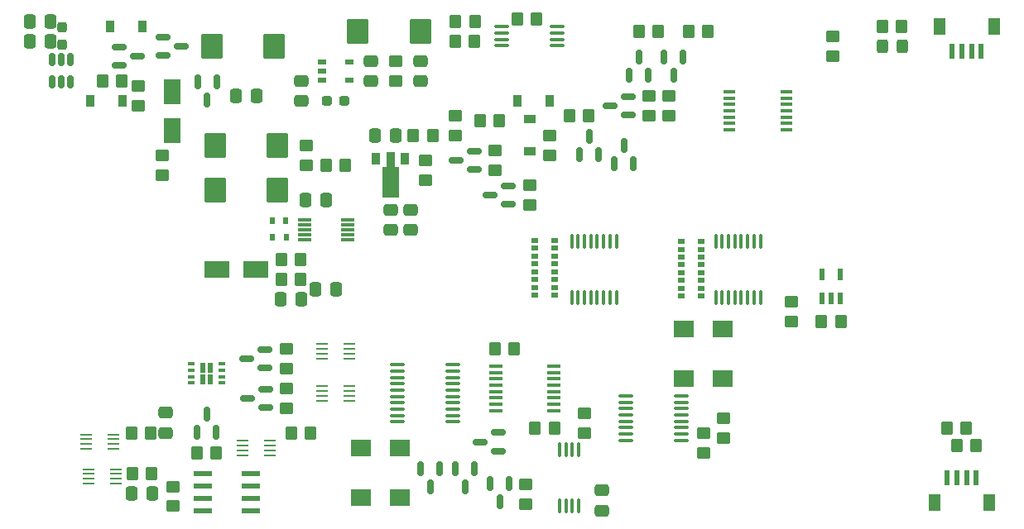
<source format=gbr>
%TF.GenerationSoftware,KiCad,Pcbnew,6.0.2+dfsg-1*%
%TF.CreationDate,2023-01-09T09:44:03-05:00*%
%TF.ProjectId,qwiic-obd,71776969-632d-46f6-9264-2e6b69636164,rev?*%
%TF.SameCoordinates,Original*%
%TF.FileFunction,Paste,Top*%
%TF.FilePolarity,Positive*%
%FSLAX46Y46*%
G04 Gerber Fmt 4.6, Leading zero omitted, Abs format (unit mm)*
G04 Created by KiCad (PCBNEW 6.0.2+dfsg-1) date 2023-01-09 09:44:03*
%MOMM*%
%LPD*%
G01*
G04 APERTURE LIST*
G04 Aperture macros list*
%AMRoundRect*
0 Rectangle with rounded corners*
0 $1 Rounding radius*
0 $2 $3 $4 $5 $6 $7 $8 $9 X,Y pos of 4 corners*
0 Add a 4 corners polygon primitive as box body*
4,1,4,$2,$3,$4,$5,$6,$7,$8,$9,$2,$3,0*
0 Add four circle primitives for the rounded corners*
1,1,$1+$1,$2,$3*
1,1,$1+$1,$4,$5*
1,1,$1+$1,$6,$7*
1,1,$1+$1,$8,$9*
0 Add four rect primitives between the rounded corners*
20,1,$1+$1,$2,$3,$4,$5,0*
20,1,$1+$1,$4,$5,$6,$7,0*
20,1,$1+$1,$6,$7,$8,$9,0*
20,1,$1+$1,$8,$9,$2,$3,0*%
%AMFreePoly0*
4,1,9,3.862500,-0.866500,0.737500,-0.866500,0.737500,-0.450000,-0.737500,-0.450000,-0.737500,0.450000,0.737500,0.450000,0.737500,0.866500,3.862500,0.866500,3.862500,-0.866500,3.862500,-0.866500,$1*%
G04 Aperture macros list end*
%ADD10RoundRect,0.250000X-0.350000X-0.450000X0.350000X-0.450000X0.350000X0.450000X-0.350000X0.450000X0*%
%ADD11RoundRect,0.150000X0.150000X-0.587500X0.150000X0.587500X-0.150000X0.587500X-0.150000X-0.587500X0*%
%ADD12R,0.635000X0.558800*%
%ADD13RoundRect,0.250000X0.350000X0.450000X-0.350000X0.450000X-0.350000X-0.450000X0.350000X-0.450000X0*%
%ADD14RoundRect,0.250000X0.325000X0.450000X-0.325000X0.450000X-0.325000X-0.450000X0.325000X-0.450000X0*%
%ADD15RoundRect,0.250000X-0.450000X0.350000X-0.450000X-0.350000X0.450000X-0.350000X0.450000X0.350000X0*%
%ADD16R,0.900000X1.200000*%
%ADD17R,1.168400X0.254000*%
%ADD18RoundRect,0.150000X-0.150000X0.587500X-0.150000X-0.587500X0.150000X-0.587500X0.150000X0.587500X0*%
%ADD19RoundRect,0.250000X-0.475000X0.337500X-0.475000X-0.337500X0.475000X-0.337500X0.475000X0.337500X0*%
%ADD20RoundRect,0.250000X0.475000X-0.337500X0.475000X0.337500X-0.475000X0.337500X-0.475000X-0.337500X0*%
%ADD21RoundRect,0.250000X0.450000X-0.350000X0.450000X0.350000X-0.450000X0.350000X-0.450000X-0.350000X0*%
%ADD22RoundRect,0.250000X0.337500X0.475000X-0.337500X0.475000X-0.337500X-0.475000X0.337500X-0.475000X0*%
%ADD23R,1.981200X0.508000*%
%ADD24R,0.609600X1.549400*%
%ADD25R,1.193800X1.803400*%
%ADD26RoundRect,0.250000X-0.337500X-0.475000X0.337500X-0.475000X0.337500X0.475000X-0.337500X0.475000X0*%
%ADD27R,2.500000X1.800000*%
%ADD28RoundRect,0.150000X0.587500X0.150000X-0.587500X0.150000X-0.587500X-0.150000X0.587500X-0.150000X0*%
%ADD29RoundRect,0.100000X0.100000X-0.637500X0.100000X0.637500X-0.100000X0.637500X-0.100000X-0.637500X0*%
%ADD30RoundRect,0.150000X-0.587500X-0.150000X0.587500X-0.150000X0.587500X0.150000X-0.587500X0.150000X0*%
%ADD31R,0.600000X0.700000*%
%ADD32RoundRect,0.150000X0.150000X-0.512500X0.150000X0.512500X-0.150000X0.512500X-0.150000X-0.512500X0*%
%ADD33R,1.800000X2.500000*%
%ADD34R,1.409700X0.355600*%
%ADD35RoundRect,0.100000X0.637500X0.100000X-0.637500X0.100000X-0.637500X-0.100000X0.637500X-0.100000X0*%
%ADD36R,2.000000X1.800000*%
%ADD37RoundRect,0.250000X-0.875000X-1.025000X0.875000X-1.025000X0.875000X1.025000X-0.875000X1.025000X0*%
%ADD38R,0.508000X1.270000*%
%ADD39R,1.200000X0.900000*%
%ADD40RoundRect,0.237500X-0.287500X-0.237500X0.287500X-0.237500X0.287500X0.237500X-0.287500X0.237500X0*%
%ADD41R,0.900000X1.300000*%
%ADD42FreePoly0,270.000000*%
%ADD43RoundRect,0.100000X-0.637500X-0.100000X0.637500X-0.100000X0.637500X0.100000X-0.637500X0.100000X0*%
%ADD44R,0.914400X0.508000*%
%ADD45RoundRect,0.237500X0.237500X-0.287500X0.237500X0.287500X-0.237500X0.287500X-0.237500X-0.287500X0*%
%ADD46RoundRect,0.100000X-0.100000X0.637500X-0.100000X-0.637500X0.100000X-0.637500X0.100000X0.637500X0*%
%ADD47RoundRect,0.250000X0.875000X1.025000X-0.875000X1.025000X-0.875000X-1.025000X0.875000X-1.025000X0*%
%ADD48R,1.308100X0.355600*%
%ADD49R,1.400000X0.300000*%
%ADD50R,0.600000X1.000000*%
%ADD51R,0.650000X0.350000*%
G04 APERTURE END LIST*
D10*
%TO.C,R610*%
X164608000Y-82804000D03*
X166608000Y-82804000D03*
%TD*%
D11*
%TO.C,Q608*%
X165674000Y-86789500D03*
X167574000Y-86789500D03*
X166624000Y-84914500D03*
%TD*%
D12*
%TO.C,RN402*%
X163133405Y-101185950D03*
X163133405Y-100385950D03*
X163133405Y-99585951D03*
X163133405Y-98785950D03*
X163133405Y-97985952D03*
X163133405Y-97185951D03*
X163133405Y-96385950D03*
X163133405Y-95585952D03*
X161050605Y-95585952D03*
X161050605Y-96385952D03*
X161050605Y-97185951D03*
X161050605Y-97985952D03*
X161050605Y-98785950D03*
X161050605Y-99585951D03*
X161050605Y-100385952D03*
X161050605Y-101185950D03*
%TD*%
D13*
%TO.C,R621*%
X198612000Y-73660000D03*
X196612000Y-73660000D03*
%TD*%
D14*
%TO.C,D606*%
X198646000Y-75692000D03*
X196596000Y-75692000D03*
%TD*%
D15*
%TO.C,R407*%
X191516000Y-76692000D03*
X191516000Y-74692000D03*
%TD*%
D12*
%TO.C,RN401*%
X178117178Y-101288460D03*
X178117178Y-100488460D03*
X178117178Y-99688461D03*
X178117178Y-98888460D03*
X178117178Y-98088462D03*
X178117178Y-97288461D03*
X178117178Y-96488460D03*
X178117178Y-95688462D03*
X176034378Y-95688462D03*
X176034378Y-96488462D03*
X176034378Y-97288461D03*
X176034378Y-98088462D03*
X176034378Y-98888460D03*
X176034378Y-99688461D03*
X176034378Y-100488462D03*
X176034378Y-101288460D03*
%TD*%
D16*
%TO.C,D502*%
X117604000Y-73660000D03*
X120904000Y-73660000D03*
%TD*%
D15*
%TO.C,R403*%
X137668000Y-85884000D03*
X137668000Y-87884000D03*
%TD*%
D17*
%TO.C,U205*%
X133959600Y-116089999D03*
X133959600Y-116590000D03*
X133959600Y-117090000D03*
X133959600Y-117590001D03*
X131216400Y-117590001D03*
X131216400Y-117090000D03*
X131216400Y-116590000D03*
X131216400Y-116089999D03*
%TD*%
D18*
%TO.C,Q704*%
X158430000Y-120474500D03*
X156530000Y-120474500D03*
X157480000Y-122349500D03*
%TD*%
D15*
%TO.C,R611*%
X162560000Y-84852000D03*
X162560000Y-86852000D03*
%TD*%
D10*
%TO.C,R801*%
X156988000Y-106680000D03*
X158988000Y-106680000D03*
%TD*%
D19*
%TO.C,C303*%
X123317000Y-113241000D03*
X123317000Y-115316000D03*
%TD*%
D20*
%TO.C,C516*%
X149352000Y-79269500D03*
X149352000Y-77194500D03*
%TD*%
D21*
%TO.C,R705*%
X180340000Y-115808000D03*
X180340000Y-113808000D03*
%TD*%
D22*
%TO.C,C403*%
X137181500Y-101600000D03*
X135106500Y-101600000D03*
%TD*%
D23*
%TO.C,U301*%
X132003800Y-123317000D03*
X132003800Y-122047000D03*
X132003800Y-120777000D03*
X132003800Y-119507000D03*
X127076200Y-119507000D03*
X127076200Y-120777000D03*
X127076200Y-122047000D03*
X127076200Y-123317000D03*
%TD*%
D24*
%TO.C,J103*%
X206229999Y-119903001D03*
X205229998Y-119903001D03*
X204230000Y-119903001D03*
X203229999Y-119903001D03*
D25*
X207529998Y-122428000D03*
X201930000Y-122428000D03*
%TD*%
D19*
%TO.C,C602*%
X148336000Y-92434500D03*
X148336000Y-94509500D03*
%TD*%
D21*
%TO.C,R203*%
X135636000Y-108696000D03*
X135636000Y-106696000D03*
%TD*%
D26*
%TO.C,C502*%
X130534500Y-80772000D03*
X132609500Y-80772000D03*
%TD*%
D10*
%TO.C,R602*%
X155448000Y-83312000D03*
X157448000Y-83312000D03*
%TD*%
D13*
%TO.C,R402*%
X206213998Y-116601001D03*
X204213998Y-116601001D03*
%TD*%
D19*
%TO.C,C701*%
X167939067Y-121193052D03*
X167939067Y-123268052D03*
%TD*%
D22*
%TO.C,C509*%
X111527500Y-75184000D03*
X109452500Y-75184000D03*
%TD*%
D26*
%TO.C,C401*%
X137646500Y-91440000D03*
X139721500Y-91440000D03*
%TD*%
D10*
%TO.C,R408*%
X192373000Y-103886000D03*
X190373000Y-103886000D03*
%TD*%
D27*
%TO.C,D402*%
X132556000Y-98552000D03*
X128556000Y-98552000D03*
%TD*%
D21*
%TO.C,R710*%
X178308000Y-117332000D03*
X178308000Y-115332000D03*
%TD*%
D28*
%TO.C,Q701*%
X157360988Y-117180297D03*
X157360988Y-115280297D03*
X155485988Y-116230297D03*
%TD*%
D29*
%TO.C,U403*%
X164857000Y-101414500D03*
X165507000Y-101414500D03*
X166157000Y-101414500D03*
X166807000Y-101414500D03*
X167457000Y-101414500D03*
X168107000Y-101414500D03*
X168757000Y-101414500D03*
X169407000Y-101414500D03*
X169407000Y-95689500D03*
X168757000Y-95689500D03*
X168107000Y-95689500D03*
X167457000Y-95689500D03*
X166807000Y-95689500D03*
X166157000Y-95689500D03*
X165507000Y-95689500D03*
X164857000Y-95689500D03*
%TD*%
D30*
%TO.C,Q501*%
X123014500Y-74742000D03*
X123014500Y-76642000D03*
X124889500Y-75692000D03*
%TD*%
D31*
%TO.C,D403*%
X135626715Y-95258337D03*
X134226715Y-95258337D03*
%TD*%
D21*
%TO.C,R506*%
X146812000Y-79232000D03*
X146812000Y-77232000D03*
%TD*%
D16*
%TO.C,D503*%
X118872000Y-81280000D03*
X115572000Y-81280000D03*
%TD*%
D32*
%TO.C,U501*%
X111699000Y-79343500D03*
X112649000Y-79343500D03*
X113599000Y-79343500D03*
X113599000Y-77068500D03*
X112649000Y-77068500D03*
X111699000Y-77068500D03*
%TD*%
D10*
%TO.C,R503*%
X116840000Y-79248000D03*
X118840000Y-79248000D03*
%TD*%
D31*
%TO.C,D401*%
X135587389Y-93598657D03*
X134187389Y-93598657D03*
%TD*%
D33*
%TO.C,D501*%
X123952000Y-80328000D03*
X123952000Y-84328000D03*
%TD*%
D17*
%TO.C,U203*%
X139329838Y-106215142D03*
X139329838Y-106715143D03*
X139329838Y-107215143D03*
X139329838Y-107715144D03*
X142073038Y-107715144D03*
X142073038Y-107215143D03*
X142073038Y-106715143D03*
X142073038Y-106215142D03*
%TD*%
D34*
%TO.C,U801*%
X157067250Y-108469001D03*
X157067250Y-109118999D03*
X157067250Y-109769001D03*
X157067250Y-110418999D03*
X157067250Y-111068998D03*
X157067250Y-111718999D03*
X157067250Y-112368998D03*
X157067250Y-113018999D03*
X162972750Y-113018999D03*
X162972750Y-112369001D03*
X162972750Y-111718999D03*
X162972750Y-111069001D03*
X162972750Y-110419002D03*
X162972750Y-109769001D03*
X162972750Y-109119002D03*
X162972750Y-108469001D03*
%TD*%
D15*
%TO.C,R501*%
X120523000Y-79756000D03*
X120523000Y-81756000D03*
%TD*%
D19*
%TO.C,C603*%
X146304000Y-92434500D03*
X146304000Y-94509500D03*
%TD*%
D30*
%TO.C,Q503*%
X120396000Y-76708000D03*
X118521000Y-77658000D03*
X118521000Y-75758000D03*
%TD*%
D18*
%TO.C,Q502*%
X128524000Y-79314000D03*
X126624000Y-79314000D03*
X127574000Y-81189000D03*
%TD*%
D28*
%TO.C,Q201*%
X133525500Y-112710000D03*
X133525500Y-110810000D03*
X131650500Y-111760000D03*
%TD*%
D20*
%TO.C,C513*%
X137160000Y-81301500D03*
X137160000Y-79226500D03*
%TD*%
D28*
%TO.C,Q604*%
X158339000Y-91882000D03*
X158339000Y-89982000D03*
X156464000Y-90932000D03*
%TD*%
D35*
%TO.C,U602*%
X163390500Y-75651000D03*
X163390500Y-75001000D03*
X163390500Y-74351000D03*
X163390500Y-73701000D03*
X157665500Y-73701000D03*
X157665500Y-74351000D03*
X157665500Y-75001000D03*
X157665500Y-75651000D03*
%TD*%
D10*
%TO.C,R405*%
X135144000Y-97536000D03*
X137144000Y-97536000D03*
%TD*%
D22*
%TO.C,C304*%
X121920000Y-121539000D03*
X119845000Y-121539000D03*
%TD*%
D11*
%TO.C,Q203*%
X126558000Y-115237500D03*
X128458000Y-115237500D03*
X127508000Y-113362500D03*
%TD*%
D36*
%TO.C,X701*%
X176276000Y-104648000D03*
X176276000Y-109728000D03*
X180276000Y-109728000D03*
X180276000Y-104648000D03*
%TD*%
D22*
%TO.C,C402*%
X140737500Y-100584000D03*
X138662500Y-100584000D03*
%TD*%
D28*
%TO.C,Q606*%
X170609500Y-82738000D03*
X170609500Y-80838000D03*
X168734500Y-81788000D03*
%TD*%
D37*
%TO.C,C501*%
X128016000Y-75692000D03*
X134416000Y-75692000D03*
%TD*%
D10*
%TO.C,R304*%
X119793000Y-115316000D03*
X121793000Y-115316000D03*
%TD*%
%TO.C,R404*%
X139700000Y-87884000D03*
X141700000Y-87884000D03*
%TD*%
D18*
%TO.C,Q603*%
X176210000Y-76786500D03*
X174310000Y-76786500D03*
X175260000Y-78661500D03*
%TD*%
D17*
%TO.C,U201*%
X139344400Y-110501999D03*
X139344400Y-111002000D03*
X139344400Y-111502000D03*
X139344400Y-112002001D03*
X142087600Y-112002001D03*
X142087600Y-111502000D03*
X142087600Y-111002000D03*
X142087600Y-110501999D03*
%TD*%
D10*
%TO.C,R205*%
X126508000Y-117348000D03*
X128508000Y-117348000D03*
%TD*%
D38*
%TO.C,U404*%
X190422999Y-99110800D03*
X192323001Y-99110800D03*
X192323001Y-101549200D03*
X191373000Y-101549200D03*
X190422999Y-101549200D03*
%TD*%
D15*
%TO.C,F501*%
X122936000Y-86868000D03*
X122936000Y-88868000D03*
%TD*%
%TO.C,R709*%
X160171152Y-120568417D03*
X160171152Y-122568417D03*
%TD*%
D10*
%TO.C,R301*%
X136160000Y-115316000D03*
X138160000Y-115316000D03*
%TD*%
D22*
%TO.C,C601*%
X146833500Y-84836000D03*
X144758500Y-84836000D03*
%TD*%
D11*
%TO.C,Q607*%
X169230000Y-87727000D03*
X171130000Y-87727000D03*
X170180000Y-85852000D03*
%TD*%
D21*
%TO.C,R603*%
X149860000Y-89376000D03*
X149860000Y-87376000D03*
%TD*%
D10*
%TO.C,R620*%
X152908000Y-75184000D03*
X154908000Y-75184000D03*
%TD*%
D37*
%TO.C,C504*%
X128372000Y-85852000D03*
X134772000Y-85852000D03*
%TD*%
%TO.C,C510*%
X128372000Y-90424000D03*
X134772000Y-90424000D03*
%TD*%
D39*
%TO.C,D602*%
X160528000Y-86486000D03*
X160528000Y-83186000D03*
%TD*%
D18*
%TO.C,Q702*%
X154874000Y-118950500D03*
X152974000Y-118950500D03*
X153924000Y-120825500D03*
%TD*%
D19*
%TO.C,C514*%
X144272000Y-77194500D03*
X144272000Y-79269500D03*
%TD*%
D21*
%TO.C,R607*%
X152908000Y-84836000D03*
X152908000Y-82836000D03*
%TD*%
D13*
%TO.C,R708*%
X163068000Y-114808000D03*
X161068000Y-114808000D03*
%TD*%
D17*
%TO.C,U204*%
X118211600Y-119010999D03*
X118211600Y-119511000D03*
X118211600Y-120011000D03*
X118211600Y-120511001D03*
X115468400Y-120511001D03*
X115468400Y-120011000D03*
X115468400Y-119511000D03*
X115468400Y-119010999D03*
%TD*%
D21*
%TO.C,R302*%
X124079000Y-122809000D03*
X124079000Y-120809000D03*
%TD*%
D13*
%TO.C,R406*%
X137144000Y-99568000D03*
X135144000Y-99568000D03*
%TD*%
D40*
%TO.C,L502*%
X139841000Y-81280000D03*
X141591000Y-81280000D03*
%TD*%
D17*
%TO.C,U202*%
X115214400Y-115454999D03*
X115214400Y-115955000D03*
X115214400Y-116455000D03*
X115214400Y-116955001D03*
X117957600Y-116955001D03*
X117957600Y-116455000D03*
X117957600Y-115955000D03*
X117957600Y-115454999D03*
%TD*%
D15*
%TO.C,R605*%
X156972000Y-86376000D03*
X156972000Y-88376000D03*
%TD*%
D18*
%TO.C,Q703*%
X151318000Y-118950500D03*
X149418000Y-118950500D03*
X150368000Y-120825500D03*
%TD*%
D25*
%TO.C,J101*%
X208037998Y-73690002D03*
X202438000Y-73690002D03*
D24*
X206737999Y-76215001D03*
X205737998Y-76215001D03*
X204738000Y-76215001D03*
X203737999Y-76215001D03*
%TD*%
D41*
%TO.C,U601*%
X147804000Y-87250000D03*
D42*
X146304000Y-87337500D03*
D41*
X144804000Y-87250000D03*
%TD*%
D43*
%TO.C,U802*%
X146997500Y-108327000D03*
X146997500Y-108977000D03*
X146997500Y-109627000D03*
X146997500Y-110277000D03*
X146997500Y-110927000D03*
X146997500Y-111577000D03*
X146997500Y-112227000D03*
X146997500Y-112877000D03*
X146997500Y-113527000D03*
X146997500Y-114177000D03*
X152722500Y-114177000D03*
X152722500Y-113527000D03*
X152722500Y-112877000D03*
X152722500Y-112227000D03*
X152722500Y-111577000D03*
X152722500Y-110927000D03*
X152722500Y-110277000D03*
X152722500Y-109627000D03*
X152722500Y-108977000D03*
X152722500Y-108327000D03*
%TD*%
D15*
%TO.C,R618*%
X174752000Y-80788000D03*
X174752000Y-82788000D03*
%TD*%
D13*
%TO.C,R613*%
X173720000Y-74168000D03*
X171720000Y-74168000D03*
%TD*%
D21*
%TO.C,R409*%
X187309000Y-101886000D03*
X187309000Y-103886000D03*
%TD*%
D16*
%TO.C,D603*%
X162560000Y-81280000D03*
X159260000Y-81280000D03*
%TD*%
D10*
%TO.C,R604*%
X148637508Y-84821826D03*
X150637508Y-84821826D03*
%TD*%
D44*
%TO.C,U502*%
X139319000Y-77282040D03*
X139319000Y-78232000D03*
X139319000Y-79181960D03*
X142113000Y-79181960D03*
X142113000Y-77282040D03*
%TD*%
D45*
%TO.C,L501*%
X112715000Y-75519500D03*
X112715000Y-73769500D03*
%TD*%
D21*
%TO.C,R201*%
X135636000Y-112760000D03*
X135636000Y-110760000D03*
%TD*%
D10*
%TO.C,R305*%
X119904000Y-119507000D03*
X121904000Y-119507000D03*
%TD*%
D21*
%TO.C,R606*%
X160528000Y-91948000D03*
X160528000Y-89948000D03*
%TD*%
D46*
%TO.C,U701*%
X165567000Y-117025500D03*
X164917000Y-117025500D03*
X164267000Y-117025500D03*
X163617000Y-117025500D03*
X163617000Y-122750500D03*
X164267000Y-122750500D03*
X164917000Y-122750500D03*
X165567000Y-122750500D03*
%TD*%
D13*
%TO.C,R619*%
X154940000Y-73152000D03*
X152940000Y-73152000D03*
%TD*%
D47*
%TO.C,C515*%
X149352000Y-74168000D03*
X142952000Y-74168000D03*
%TD*%
D36*
%TO.C,X801*%
X147288000Y-121920000D03*
X147288000Y-116840000D03*
X143288000Y-116840000D03*
X143288000Y-121920000D03*
%TD*%
D29*
%TO.C,U401*%
X179589000Y-101414500D03*
X180239000Y-101414500D03*
X180889000Y-101414500D03*
X181539000Y-101414500D03*
X182189000Y-101414500D03*
X182839000Y-101414500D03*
X183489000Y-101414500D03*
X184139000Y-101414500D03*
X184139000Y-95689500D03*
X183489000Y-95689500D03*
X182839000Y-95689500D03*
X182189000Y-95689500D03*
X181539000Y-95689500D03*
X180889000Y-95689500D03*
X180239000Y-95689500D03*
X179589000Y-95689500D03*
%TD*%
D43*
%TO.C,U702*%
X170365500Y-111517000D03*
X170365500Y-112167000D03*
X170365500Y-112817000D03*
X170365500Y-113467000D03*
X170365500Y-114117000D03*
X170365500Y-114767000D03*
X170365500Y-115417000D03*
X170365500Y-116067000D03*
X176090500Y-116067000D03*
X176090500Y-115417000D03*
X176090500Y-114767000D03*
X176090500Y-114117000D03*
X176090500Y-113467000D03*
X176090500Y-112817000D03*
X176090500Y-112167000D03*
X176090500Y-111517000D03*
%TD*%
D48*
%TO.C,U603*%
X180994050Y-80345999D03*
X180994050Y-80996000D03*
X180994050Y-81646001D03*
X180994050Y-82296000D03*
X180994050Y-82945999D03*
X180994050Y-83596000D03*
X180994050Y-84245999D03*
X186797950Y-84246001D03*
X186797950Y-83596000D03*
X186797950Y-82946001D03*
X186797950Y-82296000D03*
X186797950Y-81646001D03*
X186797950Y-80996000D03*
X186797950Y-80346001D03*
%TD*%
D13*
%TO.C,R401*%
X205197998Y-114823001D03*
X203197998Y-114823001D03*
%TD*%
D22*
%TO.C,C508*%
X111527500Y-73152000D03*
X109452500Y-73152000D03*
%TD*%
D10*
%TO.C,R608*%
X176800000Y-74168000D03*
X178800000Y-74168000D03*
%TD*%
D15*
%TO.C,R612*%
X172720000Y-80788000D03*
X172720000Y-82788000D03*
%TD*%
D49*
%TO.C,U402*%
X137500000Y-93488000D03*
X137500000Y-93988000D03*
X137500000Y-94488000D03*
X137500000Y-94988000D03*
X137500000Y-95488000D03*
X141900000Y-95488000D03*
X141900000Y-94988000D03*
X141900000Y-94488000D03*
X141900000Y-93988000D03*
X141900000Y-93488000D03*
%TD*%
D28*
%TO.C,Q202*%
X133447000Y-108646000D03*
X133447000Y-106746000D03*
X131572000Y-107696000D03*
%TD*%
D11*
%TO.C,Q602*%
X170754000Y-78661500D03*
X172654000Y-78661500D03*
X171704000Y-76786500D03*
%TD*%
D50*
%TO.C,U302*%
X127120500Y-108620000D03*
X127120500Y-109820000D03*
X127895500Y-109820000D03*
X127895500Y-108620000D03*
D51*
X129058000Y-110195000D03*
X129058000Y-109545000D03*
X129058000Y-108895000D03*
X129058000Y-108245000D03*
X125958000Y-108245000D03*
X125958000Y-108895000D03*
X125958000Y-109545000D03*
X125958000Y-110195000D03*
%TD*%
D13*
%TO.C,R615*%
X161274000Y-72898000D03*
X159274000Y-72898000D03*
%TD*%
D28*
%TO.C,Q605*%
X154861500Y-88326000D03*
X154861500Y-86426000D03*
X152986500Y-87376000D03*
%TD*%
D21*
%TO.C,R707*%
X166116000Y-115300000D03*
X166116000Y-113300000D03*
%TD*%
M02*

</source>
